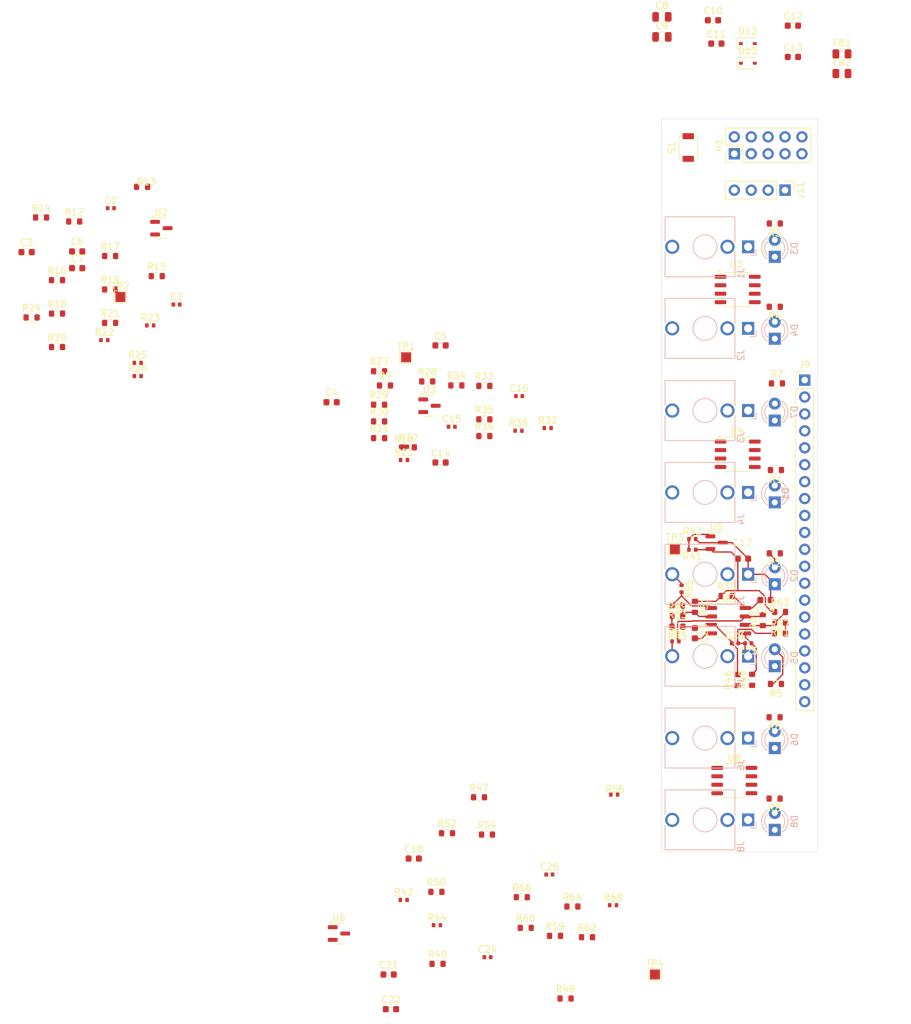
<source format=kicad_pcb>
(kicad_pcb (version 20240108) (generator "pcbnew") (generator_version "8.0")
  (layers (0 "F.Cu" signal) (31 "B.Cu" signal) (34 "B.Paste" user) (35 "F.Paste" user) (36 "B.SilkS" user "B.Silkscreen") (37 "F.SilkS" user "F.Silkscreen") (38 "B.Mask" user) (39 "F.Mask" user) (44 "Edge.Cuts" user))
  (net 0 "")
  (net 1 "Net-(U1A-+)")
  (net 2 "GND")
  (net 3 "Net-(U1B-+)")
  (net 4 "+5V-U1")
  (net 5 "+5V-U4")
  (net 6 "+12V")
  (net 7 "-12V")
  (net 8 "Net-(U4A-+)")
  (net 9 "Net-(U4B-+)")
  (net 10 "+5V-U7")
  (net 11 "+5V-U8")
  (net 12 "Net-(U7A-+)")
  (net 13 "Net-(U8A-+)")
  (net 14 "Net-(U7B-+)")
  (net 15 "Net-(U8B-+)")
  (net 16 "Net-(D1-A)")
  (net 17 "Net-(D2-A)")
  (net 18 "Net-(D3-A)")
  (net 19 "Net-(D4-A)")
  (net 20 "Net-(D5-A)")
  (net 21 "Net-(D6-A)")
  (net 22 "Net-(D7-A)")
  (net 23 "Net-(D8-A)")
  (net 24 "Net-(D12-K)")
  (net 25 "Net-(D13-A)")
  (net 26 "Net-(FB1-Pad1)")
  (net 27 "Net-(FB2-Pad1)")
  (net 29 "Net-(J1-PadT)")
  (net 31 "Net-(J2-PadT)")
  (net 32 "Net-(J3-PadT)")
  (net 34 "Net-(J4-PadT)")
  (net 36 "Net-(J5-PadT)")
  (net 38 "Net-(J6-PadT)")
  (net 40 "Net-(J7-PadT)")
  (net 43 "Net-(J8-PadT)")
  (net 68 "/LED_A4")
  (net 69 "/LED_A5")
  (net 70 "/LED_A1")
  (net 71 "/LED_A2")
  (net 72 "/LED_A6")
  (net 73 "/LED_A7")
  (net 74 "/LED_A3")
  (net 75 "/LED_A8")
  (net 76 "Net-(U3-REF)")
  (net 77 "Net-(R12-Pad2)")
  (net 78 "Net-(R13-Pad2)")
  (net 79 "/PWM_A1")
  (net 80 "/PWM_A2")
  (net 81 "Net-(U1A--)")
  (net 82 "Net-(U1B--)")
  (net 83 "Net-(R20-Pad2)")
  (net 84 "Net-(R21-Pad2)")
  (net 85 "Net-(U2-REF)")
  (net 86 "Net-(R27-Pad2)")
  (net 87 "/PWM_A3")
  (net 88 "Net-(U4A--)")
  (net 89 "Net-(R31-Pad2)")
  (net 90 "Net-(R33-Pad2)")
  (net 91 "/PWM_A4")
  (net 92 "Net-(U4B--)")
  (net 93 "Net-(R37-Pad2)")
  (net 94 "Net-(U5-REF)")
  (net 95 "Net-(U6-REF)")
  (net 96 "Net-(R45-Pad2)")
  (net 97 "/PWM_A5")
  (net 98 "Net-(R47-Pad2)")
  (net 99 "/PWM_A7")
  (net 100 "Net-(U7A--)")
  (net 101 "Net-(U8A--)")
  (net 102 "Net-(R53-Pad2)")
  (net 103 "Net-(R54-Pad2)")
  (net 104 "Net-(R57-Pad2)")
  (net 105 "/PWM_A6")
  (net 106 "Net-(R59-Pad2)")
  (net 107 "/PWM_A8")
  (net 108 "Net-(U7B--)")
  (net 109 "Net-(U8B--)")
  (net 110 "Net-(R65-Pad2)")
  (net 111 "Net-(R66-Pad2)")
  (net 112 "/RUN")
  (footprint "Capacitor_SMD:C_0603_1608Metric" (layer "F.Cu") (at 55.625 70.8)
    (property "Reference" "C3")
    (property "Value" "10u")
  )
  (footprint "Diode_SMD:D_SOD-323" (layer "F.Cu") (at 163.95 39.5)
    (property "Reference" "D12")
    (property "Value" "1N5819")
  )
  (footprint "Resistor_SMD:R_0603_1608Metric" (layer "F.Cu") (at 68.175 76.4)
    (property "Reference" "R19")
    (property "Value" "47k")
  )
  (footprint "Resistor_SMD:R_0603_1608Metric" (layer "F.Cu") (at 130.6 172.2)
    (property "Reference" "R60")
    (property "Value" "10k")
  )
  (footprint "Resistor_SMD:R_0402_1005Metric" (layer "F.Cu") (at 143.715 168.8)
    (property "Reference" "R68")
    (property "Value" "1k")
  )
  (footprint "Resistor_SMD:R_0603_1608Metric" (layer "F.Cu") (at 108.575 96.2)
    (property "Reference" "R30")
    (property "Value" "47k")
  )
  (footprint "TestPoint:TestPoint_Pad_1.5x1.5mm" (layer "F.Cu") (at 153 115.4)
    (property "Reference" "TP3")
    (property "Value" "5V reference")
  )
  (footprint "Resistor_SMD:R_0603_1608Metric" (layer "F.Cu") (at 113.035 100.09)
    (property "Reference" "R37")
    (property "Value" "47k")
  )
  (footprint "Resistor_SMD:R_0402_1005Metric" (layer "F.Cu") (at 112.31 101.99)
    (property "Reference" "R11")
    (property "Value" "5.1k 1%")
  )
  (footprint "Resistor_SMD:R_0603_1608Metric" (layer "F.Cu") (at 118.775 158)
    (property "Reference" "R52")
    (property "Value" "47k")
  )
  (footprint "Resistor_SMD:R_0603_1608Metric" (layer "F.Cu") (at 136.575 182.8)
    (property "Reference" "R48")
    (property "Value" "10k")
  )
  (footprint "Resistor_SMD:R_0603_1608Metric" (layer "F.Cu") (at 57.8 65.6)
    (property "Reference" "R14")
    (property "Value" "10k")
  )
  (footprint "Capacitor_SMD:C_0603_1608Metric" (layer "F.Cu") (at 117.8 102.37)
    (property "Reference" "C14")
    (property "Value" "100n")
  )
  (footprint "Resistor_SMD:R_0603_1608Metric" (layer "F.Cu") (at 164.6 134.975 90)
    (property "Reference" "R58")
    (property "Value" "10k")
  )
  (footprint "Resistor_SMD:R_0603_1608Metric" (layer "F.Cu") (at 137.6 169)
    (property "Reference" "R64")
    (property "Value" "47k")
  )
  (footprint "Resistor_SMD:R_0603_1608Metric" (layer "F.Cu") (at 60.2 75)
    (property "Reference" "R16")
    (property "Value" "33k")
  )
  (footprint "Capacitor_SMD:C_0402_1005Metric" (layer "F.Cu") (at 164.02 129.5 180)
    (property "Reference" "C25")
    (property "Value" "10n")
  )
  (footprint "Resistor_SMD:R_0402_1005Metric" (layer "F.Cu") (at 153.09 129.2)
    (property "Reference" "R67")
    (property "Value" "1k")
  )
  (footprint "Resistor_SMD:R_0805_2012Metric" (layer "F.Cu") (at 178.0875 44)
    (property "Reference" "FB2")
    (property "Value" "FerriteBead GZ2012D101TF")
  )
  (footprint "Resistor_SMD:R_0603_1608Metric" (layer "F.Cu") (at 75.175 74.4)
    (property "Reference" "R15")
    (property "Value" "10k")
  )
  (footprint "Diode_SMD:D_SOD-323" (layer "F.Cu") (at 163.95 42.45)
    (property "Reference" "D13")
    (property "Value" "1N5819")
  )
  (footprint "Capacitor_SMD:C_0603_1608Metric" (layer "F.Cu") (at 170.725 36.81)
    (property "Reference" "C12")
    (property "Value" "100n")
  )
  (footprint "Resistor_SMD:R_0603_1608Metric" (layer "F.Cu") (at 62.775 66.2)
    (property "Reference" "R12")
    (property "Value" "12k")
  )
  (footprint "Resistor_SMD:R_0603_1608Metric" (layer "F.Cu") (at 72.975 61)
    (property "Reference" "R13")
    (property "Value" "12k")
  )
  (footprint "Resistor_SMD:R_0603_1608Metric" (layer "F.Cu") (at 168.8 126.4 180)
    (property "Reference" "R61")
    (property "Value" "33k")
  )
  (footprint "Package_SO:SO-8_3.9x4.9mm_P1.27mm" (layer "F.Cu") (at 162.425 101.135)
    (property "Reference" "U4")
    (property "Value" "TL072")
  )
  (footprint "Resistor_SMD:R_0603_1608Metric" (layer "F.Cu") (at 167.975 152.8 180)
    (property "Reference" "R8")
    (property "Value" "9.1k")
  )
  (footprint "Resistor_SMD:R_0603_1608Metric" (layer "F.Cu") (at 162.4 135.025 90)
    (property "Reference" "R46")
    (property "Value" "10k")
  )
  (footprint "Resistor_SMD:R_0402_1005Metric" (layer "F.Cu") (at 72.31 87.41)
    (property "Reference" "R25")
    (property "Value" "5.1k 1%")
  )
  (footprint "Resistor_SMD:R_0402_1005Metric" (layer "F.Cu") (at 133.89 97.2)
    (property "Reference" "R32")
    (property "Value" "1k")
  )
  (footprint "TestPoint:TestPoint_Pad_1.5x1.5mm" (layer "F.Cu") (at 150 179.2)
    (property "Reference" "TP4")
    (property "Value" "5V reference")
  )
  (footprint "Resistor_SMD:R_0603_1608Metric" (layer "F.Cu") (at 115.8 90.2)
    (property "Reference" "R28")
    (property "Value" "10k")
  )
  (footprint "Resistor_SMD:R_0402_1005Metric" (layer "F.Cu") (at 67.31 84)
    (property "Reference" "R22")
    (property "Value" "1k")
  )
  (footprint "Capacitor_SMD:C_0402_1005Metric" (layer "F.Cu") (at 162.02 129.5)
    (property "Reference" "C23")
    (property "Value" "10n")
  )
  (footprint "Resistor_SMD:R_0603_1608Metric" (layer "F.Cu") (at 60.2 80.02)
    (property "Reference" "R18")
    (property "Value" "47k")
  )
  (footprint "Resistor_SMD:R_0603_1608Metric" (layer "F.Cu") (at 124.375 90.87)
    (property "Reference" "R33")
    (property "Value" "12k")
  )
  (footprint "Resistor_SMD:R_0603_1608Metric" (layer "F.Cu") (at 168.175 103.5 180)
    (property "Reference" "R1")
    (property "Value" "9.1k")
  )
  (footprint "Package_TO_SOT_SMD:SOT-23" (layer "F.Cu") (at 116.1375 93.85)
    (property "Reference" "U3")
    (property "Value" "CJ431 SOT-23")
  )
  (footprint "Resistor_SMD:R_0402_1005Metric" (layer "F.Cu") (at 72.31 89.4)
    (property "Reference" "R26")
    (property "Value" "5.1k 1%")
  )
  (footprint "Resistor_SMD:R_0603_1608Metric" (layer "F.Cu") (at 120.175 90.8)
    (property "Reference" "R34")
    (property "Value" "10k")
  )
  (footprint "Capacitor_SMD:C_0603_1608Metric" (layer "F.Cu") (at 113.775 161.8)
    (property "Reference" "C18")
    (property "Value" "10u")
  )
  (footprint "Capacitor_SMD:C_0805_2012Metric" (layer "F.Cu") (at 151.05 35.49)
    (property "Reference" "C8")
    (property "Value" "22u")
  )
  (footprint "Capacitor_SMD:C_0805_2012Metric" (layer "F.Cu") (at 151.05 38.5)
    (property "Reference" "C9")
    (property "Value" "22u")
  )
  (footprint "Resistor_SMD:R_0603_1608Metric" (layer "F.Cu") (at 168.325 90.5)
    (property "Reference" "R7")
    (property "Value" "9.1k")
  )
  (footprint "Resistor_SMD:R_0603_1608Metric" (layer "F.Cu") (at 123.575 152.6)
    (property "Reference" "R47")
    (property "Value" "12k")
  )
  (footprint "Package_SO:SO-8_3.9x4.9mm_P1.27mm" (layer "F.Cu") (at 161.025 126.105)
    (property "Reference" "U7")
    (property "Value" "TL072")
  )
  (footprint "Resistor_SMD:R_0402_1005Metric" (layer "F.Cu") (at 155.615 113.85)
    (property "Reference" "R42")
    (property "Value" "5.1k 1%")
  )
  (footprint "TestPoint:TestPoint_Pad_1.5x1.5mm" (layer "F.Cu") (at 69.72 77.54)
    (property "Reference" "TP2")
    (property "Value" "5V reference")
  )
  (footprint "Resistor_SMD:R_0603_1608Metric" (layer "F.Cu") (at 117.35 177.6)
    (property "Reference" "R40")
    (property "Value" "1.8, >24mW")
  )
  (footprint "Resistor_SMD:R_0603_1608Metric" (layer "F.Cu") (at 153.4 123.8 180)
    (property "Reference" "R53")
    (property "Value" "47k")
  )
  (footprint "Resistor_SMD:R_0603_1608Metric" (layer "F.Cu") (at 139.8 173.6)
    (property "Reference" "R62")
    (property "Value" "33k")
  )
  (footprint "Resistor_SMD:R_0603_1608Metric" (layer "F.Cu") (at 68.175 81.42)
    (property "Reference" "R21")
    (property "Value" "47k")
  )
  (footprint "Resistor_SMD:R_0603_1608Metric" (layer "F.Cu") (at 168.8 124.8)
    (property "Reference" "R63")
    (property "Value" "47k")
  )
  (footprint "Resistor_SMD:R_0805_2012Metric" (layer "F.Cu") (at 178.0875 41.05)
    (property "Reference" "FB1")
    (property "Value" "FerriteBead GZ2012D101TF")
  )
  (footprint "Resistor_SMD:R_0402_1005Metric" (layer "F.Cu") (at 117.265 171.8)
    (property "Reference" "R44")
    (property "Value" "5.1k 1%")
  )
  (footprint "Package_SO:SO-8_3.9x4.9mm_P1.27mm" (layer "F.Cu") (at 162.425 76.405)
    (property "Reference" "U1")
    (property "Value" "TL072")
  )
  (footprint "Resistor_SMD:R_0603_1608Metric" (layer "F.Cu") (at 108.575 93.69)
    (property "Reference" "R29")
    (property "Value" "33k")
  )
  (footprint "Package_SO:SO-8_3.9x4.9mm_P1.27mm" (layer "F.Cu") (at 161.925 150.095)
    (property "Reference" "U8")
    (property "Value" "TL072")
  )
  (footprint "Resistor_SMD:R_0603_1608Metric" (layer "F.Cu") (at 56.375 80.6)
    (property "Reference" "R24")
    (property "Value" "1.8, >24mW")
  )
  (footprint "Resistor_SMD:R_0603_1608Metric" (layer "F.Cu") (at 117.175 166.8)
    (property "Reference" "R50")
    (property "Value" "33k")
  )
  (footprint "Capacitor_SMD:C_0603_1608Metric" (layer "F.Cu") (at 156 127.975 -90)
    (property "Reference" "C20")
    (property "Value" "100n")
  )
  (footprint "Capacitor_SMD:C_0603_1608Metric" (layer "F.Cu") (at 110.35 184.4)
    (property "Reference" "C22")
    (property "Value" "100n")
  )
  (footprint "Capacitor_SMD:C_0603_1608Metric" (layer "F.Cu") (at 101.435 93.32)
    (property "Reference" "C4")
    (property "Value" "10u")
  )
  (footprint "Resistor_SMD:R_0603_1608Metric" (layer "F.Cu") (at 166.2 126.025 90)
    (property "Reference" "R65")
    (property "Value" "47k")
  )
  (footprint "Capacitor_SMD:C_0603_1608Metric" (layer "F.Cu") (at 63.225 70.69)
    (property "Reference" "C6")
    (property "Value" "100n")
  )
  (footprint "Resistor_SMD:R_0603_1608Metric" (layer "F.Cu") (at 108.575 88.67)
    (property "Reference" "R27")
    (property "Value" "12k")
  )
  (footprint "Capacitor_SMD:C_0603_1608Metric" (layer "F.Cu") (at 159.225 39.5)
    (property "Reference" "C11")
    (property "Value" "100n")
  )
  (footprint "Resistor_SMD:R_0603_1608Metric" (layer "F.Cu") (at 124.775 158.2)
    (property "Reference" "R54")
    (property "Value" "47k")
  )
  (footprint "Connector_PinHeader_2.54mm:PinHeader_1x20_P2.54mm_Vertical" (layer "F.Cu") (at 172.5 90)
    (property "Reference" "J9")
    (property "Value" "Conn_01x20")
  )
  (footprint "Resistor_SMD:R_0603_1608Metric" (layer "F.Cu") (at 167.975 140.6 180)
    (property "Reference" "R6")
    (property "Value" "9.1k")
  )
  (footprint "Capacitor_SMD:C_0603_1608Metric" (layer "F.Cu") (at 117.8 84.8)
    (property "Reference" "C5")
    (property "Value" "100n")
  )
  (footprint "Connector_PinHeader_2.54mm:PinHeader_1x04_P2.54mm_Vertical" (layer "F.Cu") (at 169.54 61.5 -90)
    (property "Reference" "J11")
    (property "Value" "Conn_01x04")
  )
  (footprint "Package_TO_SOT_SMD:SOT-23" (layer "F.Cu") (at 75.8625 67.2)
    (property "Reference" "U2")
    (property "Value" "CJ431 SOT-23")
  )
  (footprint "Resistor_SMD:R_0603_1608Metric" (layer "F.Cu") (at 168.175 135.6 180)
    (property "Reference" "R5")
    (property "Value" "9.1k")
  )
  (footprint "Resistor_SMD:R_0603_1608Metric" (layer "F.Cu") (at 130 167.6)
    (property "Reference" "R66")
    (property "Value" "47k")
  )
  (footprint "Resistor_SMD:R_0402_1005Metric" (layer "F.Cu") (at 154 121.31 -90)
    (property "Reference" "R55")
    (property "Value" "1k")
  )
  (footprint "Resistor_SMD:R_0603_1608Metric" (layer "F.Cu") (at 160.775 122.4)
    (property "Reference" "R39")
    (property "Value" "1.8, >24mW")
  )
  (footprint "Resistor_SMD:R_0603_1608Metric" (layer "F.Cu") (at 135 173.4)
    (property "Reference" "R59")
    (property "Value" "12k")
  )
  (footprint "Resistor_SMD:R_0402_1005Metric" (layer "F.Cu") (at 74.2 81.8)
    (property "Reference" "R23")
    (property "Value" "1k")
  )
  (footprint "Resistor_SMD:R_0603_1608Metric" (layer "F.Cu") (at 168 116 180)
    (property "Reference" "R2")
    (property "Value" "9.1k")
  )
  (footprint "Capacitor_SMD:C_0603_1608Metric" (layer "F.Cu") (at 163.225 116.8)
    (property "Reference" "C17")
    (property "Value" "10u")
  )
  (footprint "Capacitor_SMD:C_0402_1005Metric" (layer "F.Cu") (at 119.48 97)
    (property "Reference" "C15")
    (property "Value" "10n")
  )
  (footprint "Capacitor_SMD:C_0402_1005Metric" (layer "F.Cu") (at 134.145 164.2)
    (property "Reference" "C26")
    (property "Value" "10n")
  )
  (footprint "Resistor_SMD:R_0603_1608Metric" (layer "F.Cu") (at 168.775 128)
    (property "Reference" "R57")
    (property "Value" "12k")
  )
  (footprint "TestPoint:TestPoint_Pad_1.5x1.5mm" (layer "F.Cu") (at 112.63 86.58)
    (property "Reference" "TP1")
    (property "Value" "5V reference")
  )
  (footprint "Package_TO_SOT_SMD:SOT-23" (layer "F.Cu") (at 102.5375 173.05)
    (property "Reference" "U6")
    (property "Value" "CJ431 SOT-23")
  )
  (footprint "Resistor_SMD:R_0603_1608Metric" (layer "F.Cu") (at 153.375 127 180)
    (property "Reference" "R45")
    (property "Value" "12k")
  )
  (footprint "Resistor_SMD:R_0603_1608Metric" (layer "F.Cu") (at 68.175 71.38)
    (property "Reference" "R17")
    (property "Value" "33k")
  )
  (footprint "Resistor_SMD:R_0402_1005Metric" (layer "F.Cu") (at 112.265 168)
    (property "Reference" "R43")
    (property "Value" "5.1k 1%")
  )
  (footprint "Resistor_SMD:R_0402_1005Metric" (layer "F.Cu") (at 143.89 152.2)
    (property "Reference" "R56")
    (property "Value" "1k")
  )
  (footprint "Resistor_SMD:R_0402_1005Metric" (layer "F.Cu") (at 129.51 97.6)
    (property "Reference" "R38")
    (property "Value" "1k")
  )
  (footprint "Capacitor_SMD:C_0603_1608Metric" (layer "F.Cu") (at 63.225 73.2)
    (property "Reference" "C7")
    (property "Value" "100n")
  )
  (footprint "Resistor_SMD:R_0603_1608Metric" (layer "F.Cu") (at 153.375 125.4)
    (property "Reference" "R49")
    (property "Value" "33k")
  )
  (footprint "Connector_PinHeader_2.54mm:PinHeader_2x05_P2.54mm_Vertical" (layer "F.Cu") (at 161.92 56.04 90)
    (property "Reference" "H1")
    (property "Value" "PIN_HEADER_2x5 POWER")
  )
  (footprint "Resistor_SMD:R_0603_1608Metric" (layer "F.Cu") (at 124.375 95.89)
    (property "Reference" "R35")
    (property "Value" "33k")
  )
  (footprint "Button_Switch_SMD:SW_SPST_B3U-1000P" (layer "F.Cu") (at 155 55.1 90)
    (property "Reference" "S1")
    (property "Value" "B3U-1000P")
  )
  (footprint "Resistor_SMD:R_0603_1608Metric" (layer "F.Cu") (at 168 79 180)
    (property "Reference" "R4")
    (property "Value" "9.1k")
  )
  (footprint "Capacitor_SMD:C_0402_1005Metric" (layer "F.Cu") (at 124.855 176.6)
    (property "Reference" "C24")
    (property "Value" "10n")
  )
  (footprint "Capacitor_SMD:C_0402_1005Metric" (layer "F.Cu") (at 129.6 92.4)
    (property "Reference" "C16")
    (property "Value" "10n")
  )
  (footprint "Resistor_SMD:R_0603_1608Metric" (layer "F.Cu") (at 108.575 98.71)
    (property "Reference" "R31")
    (property "Value" "47k")
  )
  (footprint "Resistor_SMD:R_0603_1608Metric" (layer "F.Cu") (at 156 124.025 -90)
    (property "Reference" "R51")
    (property "Value" "47k")
  )
  (footprint "Resistor_SMD:R_0402_1005Metric" (layer "F.Cu") (at 112.31 100)
    (property "Reference" "R10")
    (property "Value" "5.1k 1%")
  )
  (footprint "Capacitor_SMD:C_0402_1005Metric" (layer "F.Cu") (at 68.28 64.2)
    (property "Reference" "C1")
    (property "Value" "10n")
  )
  (footprint "Capacitor_SMD:C_0603_1608Metric" (layer "F.Cu") (at 166.6 123 180)
    (property "Reference" "C19")
    (property "Value" "100n")
  )
  (footprint "Capacitor_SMD:C_0402_1005Metric" (layer "F.Cu") (at 78.145 78.66)
    (property "Reference" "C2")
    (property "Value" "10n")
  )
  (footprint "Resistor_SMD:R_0402_1005Metric" (layer "F.Cu") (at 155.615 115.45 180)
    (property "Reference" "R41")
    (property "Value" "5.1k 1%")
  )
  (footprint "Capacitor_SMD:C_0603_1608Metric" (layer "F.Cu") (at 110 179.2)
    (property "Reference" "C21")
    (property "Value" "100n")
  )
  (footprint "Capacitor_SMD:C_0603_1608Metric" (layer "F.Cu") (at 158.725 36)
    (property "Reference" "C10")
    (property "Value" "100n")
  )
  (footprint "Resistor_SMD:R_0603_1608Metric" (layer "F.Cu") (at 124.375 98.4)
    (property "Reference" "R36")
    (property "Value" "47k")
  )
  (footprint "Resistor_SMD:R_0603_1608Metric" (layer "F.Cu") (at 60.2 85.04)
    (property "Reference" "R20")
    (property "Value" "47k")
  )
  (footprint "Resistor_SMD:R_0603_1608Metric" (layer "F.Cu") (at 109.455 90.81)
    (property "Reference" "R9")
    (property "Value" "1.8, >24mW")
  )
  (footprint "Package_TO_SOT_SMD:SOT-23" (layer "F.Cu") (at 159.2625 114.4)
    (property "Reference" "U5")
    (property "Value" "CJ431 SOT-23")
  )
  (footprint "Resistor_SMD:R_0603_1608Metric" (layer "F.Cu") (at 168 66.5 180)
    (property "Reference" "R3")
    (property "Value" "9.1k")
  )
  (footprint "Capacitor_SMD:C_0603_1608Metric" (layer "F.Cu") (at 170.725 41.5)
    (property "Reference" "C13")
    (property "Value" "100n")
  )
  (footprint "LED_THT:LED_D3.0mm_FlatTop" (layer "B.Cu") (at 168 157.5 90)
    (property "Reference" "D8")
    (property "Value" "LED A8")
  )
  (footprint "Connector_Audio:Jack_3.5mm_QingPu_WQP-PJ398SM_Vertical_CircularHoles" (layer "B.Cu") (at 164 106.86 90)
    (property "Reference" "J4")
    (property "Value" "Out A4")
  )
  (footprint "LED_THT:LED_D3.0mm_FlatTop" (layer "B.Cu") (at 168 108.36 90)
    (property "Reference" "D1")
    (property "Value" "LED A4")
  )
  (footprint "Connector_Audio:Jack_3.5mm_QingPu_WQP-PJ398SM_Vertical_CircularHoles" (layer "B.Cu") (at 164 143.72 90)
    (property "Reference" "J6")
    (property "Value" "Out A7")
  )
  (footprint "Connector_Audio:Jack_3.5mm_QingPu_WQP-PJ398SM_Vertical_CircularHoles" (layer "B.Cu") (at 164 119.14 90)
    (property "Reference" "J5")
    (property "Value" "Out A5")
  )
  (footprint "LED_THT:LED_D3.0mm_FlatTop" (layer "B.Cu") (at 168 83.79 90)
    (property "Reference" "D4")
    (property "Value" "LED A2")
  )
  (footprint "LED_THT:LED_D3.0mm_FlatTop" (layer "B.Cu") (at 168 71.5 90)
    (property "Reference" "D3")
    (property "Value" "LED A1")
  )
  (footprint "LED_THT:LED_D3.0mm_FlatTop" (layer "B.Cu") (at 168 132.93 90)
    (property "Reference" "D5")
    (property "Value" "LED A6")
  )
  (footprint "Connector_Audio:Jack_3.5mm_QingPu_WQP-PJ398SM_Vertical_CircularHoles" (layer "B.Cu") (at 164 156 90)
    (property "Reference" "J8")
    (property "Value" "Out A8")
  )
  (footprint "LED_THT:LED_D3.0mm_FlatTop" (layer "B.Cu") (at 168 96.07 90)
    (property "Reference" "D7")
    (property "Value" "LED A3")
  )
  (footprint "Connector_Audio:Jack_3.5mm_QingPu_WQP-PJ398SM_Vertical_CircularHoles" (layer "B.Cu") (at 164 94.57 90)
    (property "Reference" "J3")
    (property "Value" "Out A3")
  )
  (footprint "Connector_Audio:Jack_3.5mm_QingPu_WQP-PJ398SM_Vertical_CircularHoles" (layer "B.Cu") (at 164 70 90)
    (property "Reference" "J1")
    (property "Value" "Out A1")
  )
  (footprint "Connector_Audio:Jack_3.5mm_QingPu_WQP-PJ398SM_Vertical_CircularHoles" (layer "B.Cu") (at 164 82.23 90)
    (property "Reference" "J2")
    (property "Value" "Out A2")
  )
  (footprint "LED_THT:LED_D3.0mm_FlatTop" (layer "B.Cu") (at 168 120.64 90)
    (property "Reference" "D2")
    (property "Value" "LED A5")
  )
  (footprint "LED_THT:LED_D3.0mm_FlatTop" (layer "B.Cu") (at 168 145.22 90)
    (property "Reference" "D6")
    (property "Value" "LED A7")
  )
  (footprint "Connector_Audio:Jack_3.5mm_QingPu_WQP-PJ398SM_Vertical_CircularHoles" (layer "B.Cu") (at 164 131.43 90)
    (property "Reference" "J7")
    (property "Value" "Out A6")
  )
  (gr_rect (start 151 50.8) (end 174.4 160.8) (stroke (width 0.05)) (fill none) (layer "Edge.Cuts"))
  (segment (start 162.59 127.41) (end 162.425 127.575) (width 0.2) (layer "F.Cu") (net 2))
  (segment (start 163.54 129.5) (end 162.5 129.5) (width 0.2) (layer "F.Cu") (net 2))
  (segment (start 167.375 123) (end 167.375 121.265) (width 0.2) (layer "F.Cu") (net 2))
  (segment (start 161.6 114.4) (end 164 116.8) (width 0.2) (layer "F.Cu") (net 2))
  (segment (start 154.2 127) (end 155.8 127) (width 0.2) (layer "F.Cu") (net 2))
  (segment (start 155.8 127) (end 156 127.2) (width 0.2) (layer "F.Cu") (net 2))
  (segment (start 167.375 121.265) (end 168 120.64) (width 0.2) (layer "F.Cu") (net 2))
  (segment (start 164 116.8) (end 164 119.14) (width 0.2) (layer "F.Cu") (net 2))
  (segment (start 156.125 113.85) (end 156.675 114.4) (width 0.2) (layer "F.Cu") (net 2))
  (segment (start 164.515552 127.41) (end 162.59 127.41) (width 0.2) (layer "F.Cu") (net 2))
  (segment (start 163.54 130.97) (end 164 131.43) (width 0.2) (layer "F.Cu") (net 2))
  (segment (start 166.5 119.14) (end 168 120.64) (width 0.2) (layer "F.Cu") (net 2))
  (segment (start 163.54 129.5) (end 163.54 130.97) (width 0.2) (layer "F.Cu") (net 2))
  (segment (start 162.425 127.575) (end 162.425 129.425) (width 0.2) (layer "F.Cu") (net 2))
  (segment (start 160.2 114.4) (end 161.6 114.4) (width 0.2) (layer "F.Cu") (net 2))
  (segment (start 167.95 128) (end 165.105552 128) (width 0.2) (layer "F.Cu") (net 2))
  (segment (start 165.105552 128) (end 164.515552 127.41) (width 0.2) (layer "F.Cu") (net 2))
  (segment (start 162.425 129.425) (end 162.5 129.5) (width 0.2) (layer "F.Cu") (net 2))
  (segment (start 164 119.14) (end 166.5 119.14) (width 0.2) (layer "F.Cu") (net 2))
  (segment (start 156.675 114.4) (end 160.2 114.4) (width 0.2) (layer "F.Cu") (net 2))
  (segment (start 161.8 122.4) (end 161.6 122.4) (width 0.2) (layer "F.Cu") (net 6))
  (segment (start 163.6 124.2) (end 164.625 124.2) (width 0.2) (layer "F.Cu") (net 6))
  (segment (start 164.625 124.2) (end 165.825 123) (width 0.2) (layer "F.Cu") (net 6))
  (segment (start 163.6 124.2) (end 161.8 122.4) (width 0.2) (layer "F.Cu") (net 6))
  (segment (start 158.45 128.01) (end 157.79 128.01) (width 0.2) (layer "F.Cu") (net 7))
  (segment (start 157.79 128.01) (end 157 128.8) (width 0.2) (layer "F.Cu") (net 7))
  (segment (start 156.05 128.8) (end 156 128.75) (width 0.2) (layer "F.Cu") (net 7))
  (segment (start 157 128.8) (end 156.05 128.8) (width 0.2) (layer "F.Cu") (net 7))
  (segment (start 162.45 116.8) (end 162.45 121.55) (width 0.2) (layer "F.Cu") (net 10))
  (segment (start 161.45 115.8) (end 158.8 115.8) (width 0.2) (layer "F.Cu") (net 10))
  (segment (start 166.6 123.825) (end 166.6 122.551304) (width 0.2) (layer "F.Cu") (net 10))
  (segment (start 165.648696 121.6) (end 162.4 121.6) (width 0.2) (layer "F.Cu") (net 10))
  (segment (start 158.125 115.45) (end 156.125 115.45) (width 0.2) (layer "F.Cu") (net 10))
  (segment (start 158.775 115.8) (end 158.325 115.35) (width 0.2) (layer "F.Cu") (net 10))
  (segment (start 158.325 115.35) (end 158.225 115.35) (width 0.2) (layer "F.Cu") (net 10))
  (segment (start 156 123.2) (end 159.15 123.2) (width 0.2) (layer "F.Cu") (net 10))
  (segment (start 162.4 121.6) (end 160.75 121.6) (width 0.2) (layer "F.Cu") (net 10))
  (segment (start 166.6 122.551304) (end 165.648696 121.6) (width 0.2) (layer "F.Cu") (net 10))
  (segment (start 162.45 116.8) (end 161.45 115.8) (width 0.2) (layer "F.Cu") (net 10))
  (segment (start 167.975 124.8) (end 167.575 124.8) (width 0.2) (layer "F.Cu") (net 10))
  (segment (start 158.225 115.35) (end 158.125 115.45) (width 0.2) (layer "F.Cu") (net 10))
  (segment (start 159.15 123.2) (end 159.95 122.4) (width 0.2) (layer "F.Cu") (net 10))
  (segment (start 162.45 121.55) (end 162.4 121.6) (width 0.2) (layer "F.Cu") (net 10))
  (segment (start 167.575 124.8) (end 166.6 123.825) (width 0.2) (layer "F.Cu") (net 10))
  (segment (start 160.75 121.6) (end 159.95 122.4) (width 0.2) (layer "F.Cu") (net 10))
  (segment (start 162.4 130.36) (end 161.54 129.5) (width 0.2) (layer "F.Cu") (net 12))
  (segment (start 161.54 129.29) (end 158.99 126.74) (width 0.2) (layer "F.Cu") (net 12))
  (segment (start 162.4 134.2) (end 162.4 130.36) (width 0.2) (layer "F.Cu") (net 12))
  (segment (start 161.54 129.5) (end 161.54 129.29) (width 0.2) (layer "F.Cu") (net 12))
  (segment (start 158.99 126.74) (end 158.45 126.74) (width 0.2) (layer "F.Cu") (net 12))
  (segment (start 163.6 128.6) (end 164.5 129.5) (width 0.2) (layer "F.Cu") (net 14))
  (segment (start 165.215 133.535) (end 164.6 134.15) (width 0.2) (layer "F.Cu") (net 14))
  (segment (start 165.215 130.215) (end 165.215 133.535) (width 0.2) (layer "F.Cu") (net 14))
  (segment (start 164.5 129.5) (end 165.215 130.215) (width 0.2) (layer "F.Cu") (net 14))
  (segment (start 163.6 128.01) (end 163.6 128.6) (width 0.2) (layer "F.Cu") (net 14))
  (segment (start 168 116.825) (end 167.175 116) (width 0.2) (layer "F.Cu") (net 17))
  (segment (start 168 118.1) (end 168 116.825) (width 0.2) (layer "F.Cu") (net 17))
  (segment (start 167.75 135.6) (end 169.2 134.15) (width 0.2) (layer "F.Cu") (net 20))
  (segment (start 167.35 135.6) (end 167.75 135.6) (width 0.2) (layer "F.Cu") (net 20))
  (segment (start 169.2 134.15) (end 169.2 131.59) (width 0.2) (layer "F.Cu") (net 20))
  (segment (start 169.2 131.59) (end 168 130.39) (width 0.2) (layer "F.Cu") (net 20))
  (segment (start 154 120.8) (end 154 120.54) (width 0.2) (layer "F.Cu") (net 36))
  (segment (start 154 120.54) (end 152.6 119.14) (width 0.2) (layer "F.Cu") (net 36))
  (segment (start 152.58 131.41) (end 152.6 131.43) (width 0.2) (layer "F.Cu") (net 40))
  (segment (start 152.58 129.2) (end 152.58 131.41) (width 0.2) (layer "F.Cu") (net 40))
  (segment (start 155.804999 113.150001) (end 158.025001 113.150001) (width 0.2) (layer "F.Cu") (net 94))
  (segment (start 155.105 115.45) (end 155.105 113.85) (width 0.2) (layer "F.Cu") (net 94))
  (segment (start 155.105 113.85) (end 155.804999 113.150001) (width 0.2) (layer "F.Cu") (net 94))
  (segment (start 158.025001 113.150001) (end 158.325 113.45) (width 0.2) (layer "F.Cu") (net 94))
  (segment (start 152.55 127) (end 152.55 125.4) (width 0.2) (layer "F.Cu") (net 96))
  (segment (start 158.45 125.47) (end 156.62 125.47) (width 0.2) (layer "F.Cu") (net 100))
  (segment (start 154.2 123.825) (end 154.225 123.8) (width 0.2) (layer "F.Cu") (net 100))
  (segment (start 156.62 125.47) (end 156 124.85) (width 0.2) (layer "F.Cu") (net 100))
  (segment (start 154.75 124.85) (end 154.2 125.4) (width 0.2) (layer "F.Cu") (net 100))
  (segment (start 154.2 125.4) (end 154.2 123.825) (width 0.2) (layer "F.Cu") (net 100))
  (segment (start 156 124.85) (end 154.75 124.85) (width 0.2) (layer "F.Cu") (net 100))
  (segment (start 154 121.82) (end 154 122.375) (width 0.2) (layer "F.Cu") (net 102))
  (segment (start 154 122.387352) (end 154 121.82) (width 0.2) (layer "F.Cu") (net 102))
  (segment (start 155.512649 123.900001) (end 154 122.387352) (width 0.2) (layer "F.Cu") (net 102))
  (segment (start 158.150001 123.900001) (end 155.512649 123.900001) (width 0.2) (layer "F.Cu") (net 102))
  (segment (start 158.45 124.2) (end 158.150001 123.900001) (width 0.2) (layer "F.Cu") (net 102))
  (segment (start 154 122.375) (end 152.575 123.8) (width 0.2) (layer "F.Cu") (net 102))
  (segment (start 169.625 127.975) (end 169.6 128) (width 0.2) (layer "F.Cu") (net 104))
  (segment (start 169.625 126.4) (end 169.625 127.975) (width 0.2) (layer "F.Cu") (net 104))
  (segment (start 166.2 126.85) (end 163.71 126.85) (width 0.2) (layer "F.Cu") (net 108))
  (segment (start 167.975 126.4) (end 168.025 126.4) (width 0.2) (layer "F.Cu") (net 108))
  (segment (start 166.2 126.85) (end 167.525 126.85) (width 0.2) (layer "F.Cu") (net 108))
  (segment (start 163.71 126.85) (end 163.6 126.74) (width 0.2) (layer "F.Cu") (net 108))
  (segment (start 168.025 126.4) (end 169.625 124.8) (width 0.2) (layer "F.Cu") (net 108))
  (segment (start 167.525 126.85) (end 167.975 126.4) (width 0.2) (layer "F.Cu") (net 108))
  (segment (start 153.4 129) (end 153.6 129.2) (width 0.2) (layer "F.Cu") (net 110))
  (segment (start 163.6 125.47) (end 162.93 126.14) (width 0.2) (layer "F.Cu") (net 110))
  (segment (start 155.6 126.2) (end 153.6 126.2) (width 0.2) (layer "F.Cu") (net 110))
  (segment (start 162.93 126.14) (end 155.66 126.14) (width 0.2) (layer "F.Cu") (net 110))
  (segment (start 165.93 125.47) (end 166.2 125.2) (width 0.2) (layer "F.Cu") (net 110))
  (segment (start 155.66 126.14) (end 155.6 126.2) (width 0.2) (layer "F.Cu") (net 110))
  (segment (start 153.4 126.4) (end 153.4 129) (width 0.2) (layer "F.Cu") (net 110))
  (segment (start 153.6 126.2) (end 153.4 126.4) (width 0.2) (layer "F.Cu") (net 110))
  (segment (start 163.6 125.47) (end 165.93 125.47) (width 0.2) (layer "F.Cu") (net 110))
)
</source>
